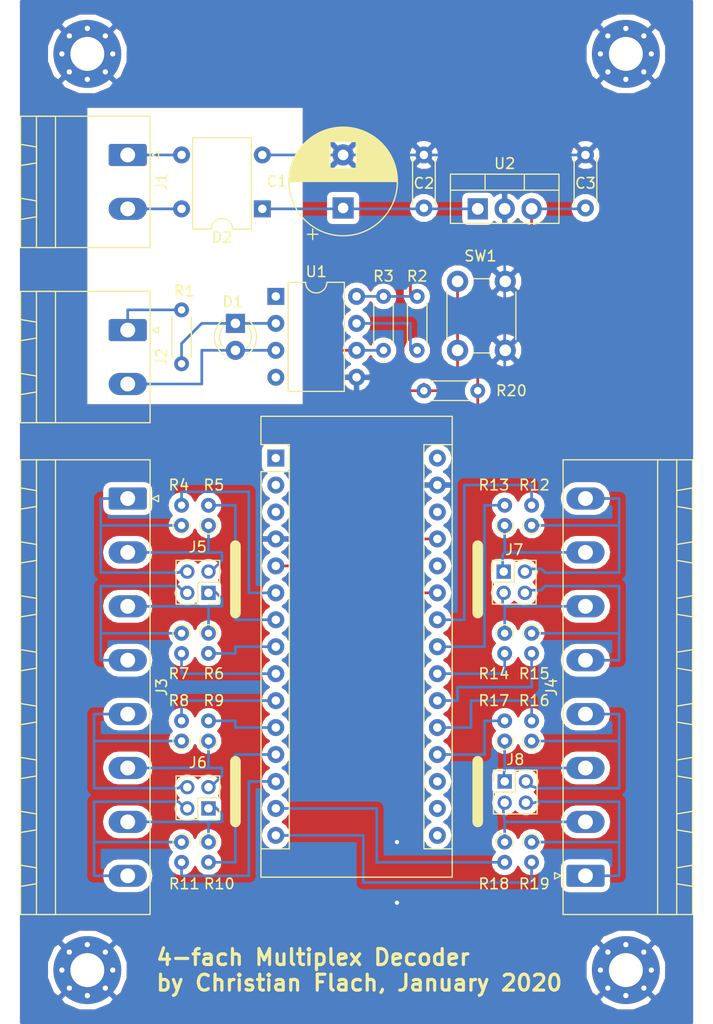
<source format=kicad_pcb>
(kicad_pcb (version 20171130) (host pcbnew 5.0.2-bee76a0~70~ubuntu18.04.1)
  (layers (0 F.Cu signal) (31 B.Cu signal) (34 B.Paste user) (35 F.Paste user) (36 B.SilkS user) (37 F.SilkS user) (38 B.Mask user) (39 F.Mask user) (44 Edge.Cuts user))
  (net 0 "")
  (net 1 "Net-(A1-Pad1)")
  (net 2 "Net-(A1-Pad17)")
  (net 3 "Net-(A1-Pad2)")
  (net 4 "Net-(A1-Pad18)")
  (net 5 "Net-(A1-Pad3)")
  (net 6 "Net-(A1-Pad19)")
  (net 7 "Net-(A1-Pad20)")
  (net 8 "Net-(A1-Pad5)")
  (net 9 "Net-(A1-Pad21)")
  (net 10 "Net-(A1-Pad6)")
  (net 11 "Net-(A1-Pad22)")
  (net 12 "Net-(A1-Pad7)")
  (net 13 "Net-(A1-Pad23)")
  (net 14 "Net-(A1-Pad8)")
  (net 15 "Net-(A1-Pad24)")
  (net 16 "Net-(A1-Pad9)")
  (net 17 "Net-(A1-Pad25)")
  (net 18 "Net-(A1-Pad10)")
  (net 19 "Net-(A1-Pad26)")
  (net 20 "Net-(A1-Pad11)")
  (net 21 "Net-(A1-Pad12)")
  (net 22 "Net-(A1-Pad28)")
  (net 23 "Net-(A1-Pad13)")
  (net 24 "Net-(A1-Pad14)")
  (net 25 "Net-(A1-Pad30)")
  (net 26 "Net-(A1-Pad15)")
  (net 27 "Net-(A1-Pad16)")
  (net 28 "Net-(R2-Pad1)")
  (net 29 "Net-(J2-Pad1)")
  (net 30 "Net-(J3-Pad4)")
  (net 31 "Net-(J3-Pad3)")
  (net 32 "Net-(J3-Pad2)")
  (net 33 "Net-(J3-Pad1)")
  (net 34 GNDD)
  (net 35 +5V)
  (net 36 "Net-(U1-Pad1)")
  (net 37 "Net-(U1-Pad4)")
  (net 38 "Net-(D1-Pad2)")
  (net 39 "Net-(D1-Pad1)")
  (net 40 "Net-(C1-Pad1)")
  (net 41 "Net-(D2-Pad4)")
  (net 42 "Net-(D2-Pad3)")
  (net 43 "Net-(J3-Pad5)")
  (net 44 "Net-(J3-Pad6)")
  (net 45 "Net-(J3-Pad7)")
  (net 46 "Net-(J3-Pad8)")
  (net 47 "Net-(J4-Pad1)")
  (net 48 "Net-(J4-Pad2)")
  (net 49 "Net-(J4-Pad3)")
  (net 50 "Net-(J4-Pad4)")
  (net 51 "Net-(J4-Pad5)")
  (net 52 "Net-(J4-Pad6)")
  (net 53 "Net-(J4-Pad7)")
  (net 54 "Net-(J4-Pad8)")
  (module Module:Arduino_Nano (layer F.Cu) (at 127 55.88)
    (fp_text reference A1 hide)
    (fp_text value Arduino_Nano_v3.x)
    (pad 1 thru_hole rect (at 0 0) (size 1.6 1.6) (drill 0.8) (layers *.Cu *.Mask) (net 1 "Net-(A1-Pad1)"))
    (pad 17 thru_hole oval (at 15.24 33.02) (size 1.6 1.6) (drill 0.8) (layers *.Cu *.Mask) (net 2 "Net-(A1-Pad17)"))
    (pad 2 thru_hole oval (at 0 2.54) (size 1.6 1.6) (drill 0.8) (layers *.Cu *.Mask) (net 3 "Net-(A1-Pad2)"))
    (pad 18 thru_hole oval (at 15.24 30.48) (size 1.6 1.6) (drill 0.8) (layers *.Cu *.Mask) (net 4 "Net-(A1-Pad18)"))
    (pad 3 thru_hole oval (at 0 5.08) (size 1.6 1.6) (drill 0.8) (layers *.Cu *.Mask) (net 5 "Net-(A1-Pad3)"))
    (pad 19 thru_hole oval (at 15.24 27.94) (size 1.6 1.6) (drill 0.8) (layers *.Cu *.Mask) (net 6 "Net-(A1-Pad19)"))
    (pad 4 thru_hole oval (at 0 7.62) (size 1.6 1.6) (drill 0.8) (layers *.Cu *.Mask) (net 34 GNDD))
    (pad 20 thru_hole oval (at 15.24 25.4) (size 1.6 1.6) (drill 0.8) (layers *.Cu *.Mask) (net 7 "Net-(A1-Pad20)"))
    (pad 5 thru_hole oval (at 0 10.16) (size 1.6 1.6) (drill 0.8) (layers *.Cu *.Mask) (net 8 "Net-(A1-Pad5)"))
    (pad 21 thru_hole oval (at 15.24 22.86) (size 1.6 1.6) (drill 0.8) (layers *.Cu *.Mask) (net 9 "Net-(A1-Pad21)"))
    (pad 6 thru_hole oval (at 0 12.7) (size 1.6 1.6) (drill 0.8) (layers *.Cu *.Mask) (net 10 "Net-(A1-Pad6)"))
    (pad 22 thru_hole oval (at 15.24 20.32) (size 1.6 1.6) (drill 0.8) (layers *.Cu *.Mask) (net 11 "Net-(A1-Pad22)"))
    (pad 7 thru_hole oval (at 0 15.24) (size 1.6 1.6) (drill 0.8) (layers *.Cu *.Mask) (net 12 "Net-(A1-Pad7)"))
    (pad 23 thru_hole oval (at 15.24 17.78) (size 1.6 1.6) (drill 0.8) (layers *.Cu *.Mask) (net 13 "Net-(A1-Pad23)"))
    (pad 8 thru_hole oval (at 0 17.78) (size 1.6 1.6) (drill 0.8) (layers *.Cu *.Mask) (net 14 "Net-(A1-Pad8)"))
    (pad 24 thru_hole oval (at 15.24 15.24) (size 1.6 1.6) (drill 0.8) (layers *.Cu *.Mask) (net 15 "Net-(A1-Pad24)"))
    (pad 9 thru_hole oval (at 0 20.32) (size 1.6 1.6) (drill 0.8) (layers *.Cu *.Mask) (net 16 "Net-(A1-Pad9)"))
    (pad 25 thru_hole oval (at 15.24 12.7) (size 1.6 1.6) (drill 0.8) (layers *.Cu *.Mask) (net 17 "Net-(A1-Pad25)"))
    (pad 10 thru_hole oval (at 0 22.86) (size 1.6 1.6) (drill 0.8) (layers *.Cu *.Mask) (net 18 "Net-(A1-Pad10)"))
    (pad 26 thru_hole oval (at 15.24 10.16) (size 1.6 1.6) (drill 0.8) (layers *.Cu *.Mask) (net 19 "Net-(A1-Pad26)"))
    (pad 11 thru_hole oval (at 0 25.4) (size 1.6 1.6) (drill 0.8) (layers *.Cu *.Mask) (net 20 "Net-(A1-Pad11)"))
    (pad 27 thru_hole oval (at 15.24 7.62) (size 1.6 1.6) (drill 0.8) (layers *.Cu *.Mask) (net 35 +5V))
    (pad 12 thru_hole oval (at 0 27.94) (size 1.6 1.6) (drill 0.8) (layers *.Cu *.Mask) (net 21 "Net-(A1-Pad12)"))
    (pad 28 thru_hole oval (at 15.24 5.08) (size 1.6 1.6) (drill 0.8) (layers *.Cu *.Mask) (net 22 "Net-(A1-Pad28)"))
    (pad 13 thru_hole oval (at 0 30.48) (size 1.6 1.6) (drill 0.8) (layers *.Cu *.Mask) (net 23 "Net-(A1-Pad13)"))
    (pad 29 thru_hole oval (at 15.24 2.54) (size 1.6 1.6) (drill 0.8) (layers *.Cu *.Mask) (net 34 GNDD))
    (pad 14 thru_hole oval (at 0 33.02) (size 1.6 1.6) (drill 0.8) (layers *.Cu *.Mask) (net 24 "Net-(A1-Pad14)"))
    (pad 30 thru_hole oval (at 15.24 0) (size 1.6 1.6) (drill 0.8) (layers *.Cu *.Mask) (net 25 "Net-(A1-Pad30)"))
    (pad 15 thru_hole oval (at 0 35.56) (size 1.6 1.6) (drill 0.8) (layers *.Cu *.Mask) (net 26 "Net-(A1-Pad15)"))
    (pad 16 thru_hole oval (at 15.24 35.56) (size 1.6 1.6) (drill 0.8) (layers *.Cu *.Mask) (net 27 "Net-(A1-Pad16)"))
  )
  (module Resistor_THT:R_Axial_DIN0204_L3.6mm_D1.6mm_P1.90mm_Vertical (layer F.Cu) (at 118.11 62.225 90)
    (fp_text reference R4 (at 3.805 -0.254 180) (layer F.SilkS))
    (fp_text value R)
    (pad 1 thru_hole circle (at 0 0 90) (size 1.4 1.4) (drill 0.7) (layers *.Cu *.Mask) (net 33 "Net-(J3-Pad1)"))
    (pad 2 thru_hole oval (at 1.9 0 90) (size 1.4 1.4) (drill 0.7) (layers *.Cu *.Mask) (net 10 "Net-(A1-Pad6)"))
  )
  (module Resistor_THT:R_Axial_DIN0204_L3.6mm_D1.6mm_P1.90mm_Vertical (layer F.Cu) (at 120.65 62.225 90)
    (fp_text reference R5 (at 3.805 0.508 180) (layer F.SilkS))
    (fp_text value 680)
    (pad 2 thru_hole oval (at 1.9 0 90) (size 1.4 1.4) (drill 0.7) (layers *.Cu *.Mask) (net 12 "Net-(A1-Pad7)"))
    (pad 1 thru_hole circle (at 0 0 90) (size 1.4 1.4) (drill 0.7) (layers *.Cu *.Mask) (net 32 "Net-(J3-Pad2)"))
  )
  (module Resistor_THT:R_Axial_DIN0204_L3.6mm_D1.6mm_P1.90mm_Vertical (layer F.Cu) (at 120.65 72.39 270)
    (fp_text reference R6 (at 3.81 -0.508) (layer F.SilkS))
    (fp_text value 680)
    (pad 1 thru_hole circle (at 0 0 270) (size 1.4 1.4) (drill 0.7) (layers *.Cu *.Mask) (net 31 "Net-(J3-Pad3)"))
    (pad 2 thru_hole oval (at 1.9 0 270) (size 1.4 1.4) (drill 0.7) (layers *.Cu *.Mask) (net 14 "Net-(A1-Pad8)"))
  )
  (module Resistor_THT:R_Axial_DIN0204_L3.6mm_D1.6mm_P1.90mm_Vertical (layer F.Cu) (at 118.11 72.395 270)
    (fp_text reference R7 (at 3.805 0.254) (layer F.SilkS))
    (fp_text value R)
    (pad 2 thru_hole oval (at 1.9 0 270) (size 1.4 1.4) (drill 0.7) (layers *.Cu *.Mask) (net 16 "Net-(A1-Pad9)"))
    (pad 1 thru_hole circle (at 0 0 270) (size 1.4 1.4) (drill 0.7) (layers *.Cu *.Mask) (net 30 "Net-(J3-Pad4)"))
  )
  (module Resistor_THT:R_Axial_DIN0204_L3.6mm_D1.6mm_P1.90mm_Vertical (layer F.Cu) (at 118.11 82.545 90)
    (fp_text reference R8 (at 3.805 -0.254 180) (layer F.SilkS))
    (fp_text value 680)
    (pad 1 thru_hole circle (at 0 0 90) (size 1.4 1.4) (drill 0.7) (layers *.Cu *.Mask) (net 43 "Net-(J3-Pad5)"))
    (pad 2 thru_hole oval (at 1.9 0 90) (size 1.4 1.4) (drill 0.7) (layers *.Cu *.Mask) (net 18 "Net-(A1-Pad10)"))
  )
  (module Resistor_THT:R_Axial_DIN0204_L3.6mm_D1.6mm_P1.90mm_Vertical (layer F.Cu) (at 120.65 82.545 90)
    (fp_text reference R9 (at 3.805 0.508 180) (layer F.SilkS))
    (fp_text value 680)
    (pad 1 thru_hole circle (at 0 0 90) (size 1.4 1.4) (drill 0.7) (layers *.Cu *.Mask) (net 44 "Net-(J3-Pad6)"))
    (pad 2 thru_hole oval (at 1.9 0 90) (size 1.4 1.4) (drill 0.7) (layers *.Cu *.Mask) (net 20 "Net-(A1-Pad11)"))
  )
  (module Resistor_THT:R_Axial_DIN0204_L3.6mm_D1.6mm_P1.90mm_Vertical (layer F.Cu) (at 120.65 92.075 270)
    (fp_text reference R10 (at 3.937 -1.016) (layer F.SilkS))
    (fp_text value 680)
    (pad 2 thru_hole oval (at 1.9 0 270) (size 1.4 1.4) (drill 0.7) (layers *.Cu *.Mask) (net 21 "Net-(A1-Pad12)"))
    (pad 1 thru_hole circle (at 0 0 270) (size 1.4 1.4) (drill 0.7) (layers *.Cu *.Mask) (net 45 "Net-(J3-Pad7)"))
  )
  (module Resistor_THT:R_Axial_DIN0204_L3.6mm_D1.6mm_P1.90mm_Vertical (layer F.Cu) (at 118.11 92.08 270)
    (fp_text reference R11 (at 3.932 -0.254) (layer F.SilkS))
    (fp_text value 680)
    (pad 1 thru_hole circle (at 0 0 270) (size 1.4 1.4) (drill 0.7) (layers *.Cu *.Mask) (net 46 "Net-(J3-Pad8)"))
    (pad 2 thru_hole oval (at 1.9 0 270) (size 1.4 1.4) (drill 0.7) (layers *.Cu *.Mask) (net 23 "Net-(A1-Pad13)"))
  )
  (module Resistor_THT:R_Axial_DIN0204_L3.6mm_D1.6mm_P1.90mm_Vertical (layer F.Cu) (at 151.13 62.225 90)
    (fp_text reference R12 (at 3.805 0.254 180) (layer F.SilkS))
    (fp_text value 680)
    (pad 2 thru_hole oval (at 1.9 0 90) (size 1.4 1.4) (drill 0.7) (layers *.Cu *.Mask) (net 15 "Net-(A1-Pad24)"))
    (pad 1 thru_hole circle (at 0 0 90) (size 1.4 1.4) (drill 0.7) (layers *.Cu *.Mask) (net 54 "Net-(J4-Pad8)"))
  )
  (module Resistor_THT:R_Axial_DIN0204_L3.6mm_D1.6mm_P1.90mm_Vertical (layer F.Cu) (at 148.59 62.225 90)
    (fp_text reference R13 (at 3.805 -1.016 180) (layer F.SilkS))
    (fp_text value 680)
    (pad 1 thru_hole circle (at 0 0 90) (size 1.4 1.4) (drill 0.7) (layers *.Cu *.Mask) (net 53 "Net-(J4-Pad7)"))
    (pad 2 thru_hole oval (at 1.9 0 90) (size 1.4 1.4) (drill 0.7) (layers *.Cu *.Mask) (net 13 "Net-(A1-Pad23)"))
  )
  (module Resistor_THT:R_Axial_DIN0204_L3.6mm_D1.6mm_P1.90mm_Vertical (layer F.Cu) (at 148.59 72.395 270)
    (fp_text reference R14 (at 3.805 1.016) (layer F.SilkS))
    (fp_text value 680)
    (pad 2 thru_hole oval (at 1.9 0 270) (size 1.4 1.4) (drill 0.7) (layers *.Cu *.Mask) (net 11 "Net-(A1-Pad22)"))
    (pad 1 thru_hole circle (at 0 0 270) (size 1.4 1.4) (drill 0.7) (layers *.Cu *.Mask) (net 52 "Net-(J4-Pad6)"))
  )
  (module Resistor_THT:R_Axial_DIN0204_L3.6mm_D1.6mm_P1.90mm_Vertical (layer F.Cu) (at 151.13 72.395 270)
    (fp_text reference R15 (at 3.805 -0.254) (layer F.SilkS))
    (fp_text value 680)
    (pad 1 thru_hole circle (at 0 0 270) (size 1.4 1.4) (drill 0.7) (layers *.Cu *.Mask) (net 51 "Net-(J4-Pad5)"))
    (pad 2 thru_hole oval (at 1.9 0 270) (size 1.4 1.4) (drill 0.7) (layers *.Cu *.Mask) (net 9 "Net-(A1-Pad21)"))
  )
  (module Resistor_THT:R_Axial_DIN0204_L3.6mm_D1.6mm_P1.90mm_Vertical (layer F.Cu) (at 151.13 82.55 90)
    (fp_text reference R16 (at 3.81 0.254 180) (layer F.SilkS))
    (fp_text value 680)
    (pad 1 thru_hole circle (at 0 0 90) (size 1.4 1.4) (drill 0.7) (layers *.Cu *.Mask) (net 50 "Net-(J4-Pad4)"))
    (pad 2 thru_hole oval (at 1.9 0 90) (size 1.4 1.4) (drill 0.7) (layers *.Cu *.Mask) (net 7 "Net-(A1-Pad20)"))
  )
  (module Resistor_THT:R_Axial_DIN0204_L3.6mm_D1.6mm_P1.90mm_Vertical (layer F.Cu) (at 148.59 82.545 90)
    (fp_text reference R17 (at 3.805 -1.016 180) (layer F.SilkS))
    (fp_text value 680)
    (pad 2 thru_hole oval (at 1.9 0 90) (size 1.4 1.4) (drill 0.7) (layers *.Cu *.Mask) (net 6 "Net-(A1-Pad19)"))
    (pad 1 thru_hole circle (at 0 0 90) (size 1.4 1.4) (drill 0.7) (layers *.Cu *.Mask) (net 49 "Net-(J4-Pad3)"))
  )
  (module Button_Switch_THT:SW_PUSH_6mm_H5mm (layer F.Cu) (at 144.145 45.72 90)
    (fp_text reference SW1 (at 8.89 2.159 180) (layer F.SilkS))
    (fp_text value Programming)
    (pad 2 thru_hole circle (at 0 4.5 180) (size 2 2) (drill 1.1) (layers *.Cu *.Mask) (net 34 GNDD))
    (pad 1 thru_hole circle (at 0 0 180) (size 2 2) (drill 1.1) (layers *.Cu *.Mask) (net 17 "Net-(A1-Pad25)"))
    (pad 2 thru_hole circle (at 6.5 4.5 180) (size 2 2) (drill 1.1) (layers *.Cu *.Mask) (net 34 GNDD))
    (pad 1 thru_hole circle (at 6.5 0 180) (size 2 2) (drill 1.1) (layers *.Cu *.Mask) (net 17 "Net-(A1-Pad25)"))
  )
  (module Package_DIP:DIP-8_W7.62mm (layer F.Cu) (at 127 40.64)
    (fp_text reference U1 (at 3.81 -2.33) (layer F.SilkS))
    (fp_text value 6N137)
    (pad 1 thru_hole rect (at 0 0) (size 1.6 1.6) (drill 0.8) (layers *.Cu *.Mask) (net 36 "Net-(U1-Pad1)"))
    (pad 5 thru_hole oval (at 7.62 7.62) (size 1.6 1.6) (drill 0.8) (layers *.Cu *.Mask) (net 34 GNDD))
    (pad 2 thru_hole oval (at 0 2.54) (size 1.6 1.6) (drill 0.8) (layers *.Cu *.Mask) (net 39 "Net-(D1-Pad1)"))
    (pad 6 thru_hole oval (at 7.62 5.08) (size 1.6 1.6) (drill 0.8) (layers *.Cu *.Mask) (net 8 "Net-(A1-Pad5)"))
    (pad 3 thru_hole oval (at 0 5.08) (size 1.6 1.6) (drill 0.8) (layers *.Cu *.Mask) (net 38 "Net-(D1-Pad2)"))
    (pad 7 thru_hole oval (at 7.62 2.54) (size 1.6 1.6) (drill 0.8) (layers *.Cu *.Mask) (net 28 "Net-(R2-Pad1)"))
    (pad 4 thru_hole oval (at 0 7.62) (size 1.6 1.6) (drill 0.8) (layers *.Cu *.Mask) (net 37 "Net-(U1-Pad4)"))
    (pad 8 thru_hole oval (at 7.62 0) (size 1.6 1.6) (drill 0.8) (layers *.Cu *.Mask) (net 35 +5V))
  )
  (module Resistor_THT:R_Axial_DIN0204_L3.6mm_D1.6mm_P1.90mm_Vertical (layer F.Cu) (at 151.13 92.075 270)
    (fp_text reference R19 (at 3.937 -0.254) (layer F.SilkS))
    (fp_text value 680)
    (pad 1 thru_hole circle (at 0 0 270) (size 1.4 1.4) (drill 0.7) (layers *.Cu *.Mask) (net 47 "Net-(J4-Pad1)"))
    (pad 2 thru_hole oval (at 1.9 0 270) (size 1.4 1.4) (drill 0.7) (layers *.Cu *.Mask) (net 26 "Net-(A1-Pad15)"))
  )
  (module Resistor_THT:R_Axial_DIN0204_L3.6mm_D1.6mm_P5.08mm_Horizontal (layer F.Cu) (at 146.05 49.53 180)
    (fp_text reference R20 (at -3.175 0 180) (layer F.SilkS))
    (fp_text value 10k)
    (pad 1 thru_hole circle (at 0 0 180) (size 1.4 1.4) (drill 0.7) (layers *.Cu *.Mask) (net 35 +5V))
    (pad 2 thru_hole oval (at 5.08 0 180) (size 1.4 1.4) (drill 0.7) (layers *.Cu *.Mask) (net 17 "Net-(A1-Pad25)"))
  )
  (module Connector_Phoenix_MSTB:PhoenixContact_MSTBA_2,5_2-G-5,08_1x02_P5.08mm_Horizontal (layer F.Cu) (at 113.03 43.815 270)
    (fp_text reference J2 (at 2.54 -3.2 270) (layer F.SilkS))
    (fp_text value DCC)
    (pad 1 thru_hole roundrect (at 0 0 270) (size 2.08 3.6) (drill 1.4) (layers *.Cu *.Mask) (roundrect_rratio 0.120192) (net 29 "Net-(J2-Pad1)"))
    (pad 2 thru_hole oval (at 5.08 0 270) (size 2.08 3.6) (drill 1.4) (layers *.Cu *.Mask) (net 38 "Net-(D1-Pad2)"))
  )
  (module Resistor_THT:R_Axial_DIN0204_L3.6mm_D1.6mm_P5.08mm_Horizontal (layer F.Cu) (at 140.335 45.72 90)
    (fp_text reference R2 (at 6.985 0 180) (layer F.SilkS))
    (fp_text value 10k)
    (pad 1 thru_hole circle (at 0 0 90) (size 1.4 1.4) (drill 0.7) (layers *.Cu *.Mask) (net 28 "Net-(R2-Pad1)"))
    (pad 2 thru_hole oval (at 5.08 0 90) (size 1.4 1.4) (drill 0.7) (layers *.Cu *.Mask) (net 35 +5V))
  )
  (module Resistor_THT:R_Axial_DIN0204_L3.6mm_D1.6mm_P5.08mm_Horizontal (layer F.Cu) (at 137.16 45.72 90)
    (fp_text reference R3 (at 6.985 0 180) (layer F.SilkS))
    (fp_text value 10k)
    (pad 2 thru_hole oval (at 5.08 0 90) (size 1.4 1.4) (drill 0.7) (layers *.Cu *.Mask) (net 35 +5V))
    (pad 1 thru_hole circle (at 0 0 90) (size 1.4 1.4) (drill 0.7) (layers *.Cu *.Mask) (net 8 "Net-(A1-Pad5)"))
  )
  (module Resistor_THT:R_Axial_DIN0204_L3.6mm_D1.6mm_P1.90mm_Vertical (layer F.Cu) (at 148.59 92.075 270)
    (fp_text reference R18 (at 3.937 1.016) (layer F.SilkS))
    (fp_text value 680)
    (pad 1 thru_hole circle (at 0 0 270) (size 1.4 1.4) (drill 0.7) (layers *.Cu *.Mask) (net 48 "Net-(J4-Pad2)"))
    (pad 2 thru_hole oval (at 1.9 0 270) (size 1.4 1.4) (drill 0.7) (layers *.Cu *.Mask) (net 24 "Net-(A1-Pad14)"))
  )
  (module Capacitor_THT:CP_Radial_D10.0mm_P5.00mm (layer F.Cu) (at 133.35 32.305 90)
    (fp_text reference C1 (at 2.5 -6.25 180) (layer F.SilkS))
    (fp_text value 100µ)
    (pad 1 thru_hole rect (at 0 0 90) (size 2 2) (drill 1) (layers *.Cu *.Mask) (net 40 "Net-(C1-Pad1)"))
    (pad 2 thru_hole circle (at 5 0 90) (size 2 2) (drill 1) (layers *.Cu *.Mask) (net 34 GNDD))
  )
  (module LED_THT:LED_D3.0mm (layer F.Cu) (at 123.19 43.18 270)
    (fp_text reference D1 (at -2.032 0.254) (layer F.SilkS))
    (fp_text value LED)
    (pad 1 thru_hole rect (at 0 0 270) (size 1.8 1.8) (drill 0.9) (layers *.Cu *.Mask) (net 39 "Net-(D1-Pad1)"))
    (pad 2 thru_hole circle (at 2.54 0 270) (size 1.8 1.8) (drill 0.9) (layers *.Cu *.Mask) (net 38 "Net-(D1-Pad2)"))
  )
  (module Diode_THT:Diode_Bridge_DIP-4_W7.62mm_P5.08mm (layer F.Cu) (at 125.73 32.385 180)
    (fp_text reference D2 (at 3.8 -2.7 180) (layer F.SilkS))
    (fp_text value D_Bridge_+-AA)
    (pad 4 thru_hole oval (at 7.62 0 180) (size 1.6 1.6) (drill 0.8) (layers *.Cu *.Mask) (net 41 "Net-(D2-Pad4)"))
    (pad 2 thru_hole oval (at 0 5.08 180) (size 1.6 1.6) (drill 0.8) (layers *.Cu *.Mask) (net 34 GNDD))
    (pad 3 thru_hole oval (at 7.62 5.08 180) (size 1.6 1.6) (drill 0.8) (layers *.Cu *.Mask) (net 42 "Net-(D2-Pad3)"))
    (pad 1 thru_hole rect (at 0 0 180) (size 1.6 1.6) (drill 0.8) (layers *.Cu *.Mask) (net 40 "Net-(C1-Pad1)"))
  )
  (module Resistor_THT:R_Axial_DIN0204_L3.6mm_D1.6mm_P5.08mm_Horizontal (layer F.Cu) (at 118.11 46.99 90)
    (fp_text reference R1 (at 6.858 0.254 180) (layer F.SilkS))
    (fp_text value 1k5)
    (pad 1 thru_hole circle (at 0 0 90) (size 1.4 1.4) (drill 0.7) (layers *.Cu *.Mask) (net 39 "Net-(D1-Pad1)"))
    (pad 2 thru_hole oval (at 5.08 0 90) (size 1.4 1.4) (drill 0.7) (layers *.Cu *.Mask) (net 29 "Net-(J2-Pad1)"))
  )
  (module Capacitor_THT:C_Disc_D4.3mm_W1.9mm_P5.00mm (layer F.Cu) (at 140.97 32.305 90)
    (fp_text reference C2 (at 2.333 0 180) (layer F.SilkS))
    (fp_text value 100n)
    (pad 1 thru_hole circle (at 0 0 90) (size 1.6 1.6) (drill 0.8) (layers *.Cu *.Mask) (net 40 "Net-(C1-Pad1)"))
    (pad 2 thru_hole circle (at 5 0 90) (size 1.6 1.6) (drill 0.8) (layers *.Cu *.Mask) (net 34 GNDD))
  )
  (module Capacitor_THT:C_Disc_D4.3mm_W1.9mm_P5.00mm (layer F.Cu) (at 156.21 32.305 90)
    (fp_text reference C3 (at 2.333 0 180) (layer F.SilkS))
    (fp_text value 100n)
    (pad 2 thru_hole circle (at 5 0 90) (size 1.6 1.6) (drill 0.8) (layers *.Cu *.Mask) (net 34 GNDD))
    (pad 1 thru_hole circle (at 0 0 90) (size 1.6 1.6) (drill 0.8) (layers *.Cu *.Mask) (net 35 +5V))
  )
  (module Package_TO_SOT_THT:TO-220-3_Vertical (layer F.Cu) (at 146.05 32.385)
    (fp_text reference U2 (at 2.54 -4.27) (layer F.SilkS))
    (fp_text value L7805)
    (pad 1 thru_hole rect (at 0 0) (size 1.905 2) (drill 1.1) (layers *.Cu *.Mask) (net 40 "Net-(C1-Pad1)"))
    (pad 2 thru_hole oval (at 2.54 0) (size 1.905 2) (drill 1.1) (layers *.Cu *.Mask) (net 34 GNDD))
    (pad 3 thru_hole oval (at 5.08 0) (size 1.905 2) (drill 1.1) (layers *.Cu *.Mask) (net 35 +5V))
  )
  (module Connector_Phoenix_MSTB:PhoenixContact_MSTBA_2,5_2-G-5,08_1x02_P5.08mm_Horizontal (layer F.Cu) (at 113.03 27.305 270)
    (fp_text reference J1 (at 2.54 -3.2 270) (layer F.SilkS))
    (fp_text value Power)
    (pad 1 thru_hole roundrect (at 0 0 270) (size 2.08 3.6) (drill 1.4) (layers *.Cu *.Mask) (roundrect_rratio 0.120192) (net 42 "Net-(D2-Pad3)"))
    (pad 2 thru_hole oval (at 5.08 0 270) (size 2.08 3.6) (drill 1.4) (layers *.Cu *.Mask) (net 41 "Net-(D2-Pad4)"))
  )
  (module Connector_PinHeader_2.00mm:PinHeader_2x02_P2.00mm_Vertical (layer F.Cu) (at 120.65 68.58 180)
    (fp_text reference J5 (at 1.016 4.318 180) (layer F.SilkS))
    (fp_text value "Signal 1")
    (pad 4 thru_hole oval (at 2 2 180) (size 1.35 1.35) (drill 0.8) (layers *.Cu *.Mask) (net 33 "Net-(J3-Pad1)"))
    (pad 3 thru_hole oval (at 0 2 180) (size 1.35 1.35) (drill 0.8) (layers *.Cu *.Mask) (net 32 "Net-(J3-Pad2)"))
    (pad 2 thru_hole oval (at 2 0 180) (size 1.35 1.35) (drill 0.8) (layers *.Cu *.Mask) (net 30 "Net-(J3-Pad4)"))
    (pad 1 thru_hole rect (at 0 0 180) (size 1.35 1.35) (drill 0.8) (layers *.Cu *.Mask) (net 31 "Net-(J3-Pad3)"))
  )
  (module Connector_PinHeader_2.00mm:PinHeader_2x02_P2.00mm_Vertical (layer F.Cu) (at 120.65 88.9 180)
    (fp_text reference J6 (at 1 4.318 180) (layer F.SilkS))
    (fp_text value "Signal 2")
    (pad 1 thru_hole rect (at 0 0 180) (size 1.35 1.35) (drill 0.8) (layers *.Cu *.Mask) (net 45 "Net-(J3-Pad7)"))
    (pad 2 thru_hole oval (at 2 0 180) (size 1.35 1.35) (drill 0.8) (layers *.Cu *.Mask) (net 46 "Net-(J3-Pad8)"))
    (pad 3 thru_hole oval (at 0 2 180) (size 1.35 1.35) (drill 0.8) (layers *.Cu *.Mask) (net 44 "Net-(J3-Pad6)"))
    (pad 4 thru_hole oval (at 2 2 180) (size 1.35 1.35) (drill 0.8) (layers *.Cu *.Mask) (net 43 "Net-(J3-Pad5)"))
  )
  (module Connector_PinHeader_2.00mm:PinHeader_2x02_P2.00mm_Vertical (layer F.Cu) (at 148.59 86.36)
    (fp_text reference J8 (at 1 -2.06) (layer F.SilkS))
    (fp_text value "Signal 3")
    (pad 1 thru_hole rect (at 0 0) (size 1.35 1.35) (drill 0.8) (layers *.Cu *.Mask) (net 49 "Net-(J4-Pad3)"))
    (pad 2 thru_hole oval (at 2 0) (size 1.35 1.35) (drill 0.8) (layers *.Cu *.Mask) (net 50 "Net-(J4-Pad4)"))
    (pad 3 thru_hole oval (at 0 2) (size 1.35 1.35) (drill 0.8) (layers *.Cu *.Mask) (net 48 "Net-(J4-Pad2)"))
    (pad 4 thru_hole oval (at 2 2) (size 1.35 1.35) (drill 0.8) (layers *.Cu *.Mask) (net 47 "Net-(J4-Pad1)"))
  )
  (module Connector_PinHeader_2.00mm:PinHeader_2x02_P2.00mm_Vertical (layer F.Cu) (at 148.495 66.58)
    (fp_text reference J7 (at 1 -2.06) (layer F.SilkS))
    (fp_text value "Signal 4")
    (pad 4 thru_hole oval (at 2 2) (size 1.35 1.35) (drill 0.8) (layers *.Cu *.Mask) (net 51 "Net-(J4-Pad5)"))
    (pad 3 thru_hole oval (at 0 2) (size 1.35 1.35) (drill 0.8) (layers *.Cu *.Mask) (net 52 "Net-(J4-Pad6)"))
    (pad 2 thru_hole oval (at 2 0) (size 1.35 1.35) (drill 0.8) (layers *.Cu *.Mask) (net 54 "Net-(J4-Pad8)"))
    (pad 1 thru_hole rect (at 0 0) (size 1.35 1.35) (drill 0.8) (layers *.Cu *.Mask) (net 53 "Net-(J4-Pad7)"))
  )
  (module MountingHole:MountingHole_3.2mm_M3_Pad_Via (layer F.Cu) (at 109.22 104.14)
    (fp_text reference H1 hide)
    (fp_text value MountingHole_Pad)
    (pad 1 thru_hole circle (at 1.697056 -1.697056) (size 0.8 0.8) (drill 0.5) (layers *.Cu *.Mask) (net 34 GNDD))
    (pad 1 thru_hole circle (at 0 -2.4) (size 0.8 0.8) (drill 0.5) (layers *.Cu *.Mask) (net 34 GNDD))
    (pad 1 thru_hole circle (at -1.697056 -1.697056) (size 0.8 0.8) (drill 0.5) (layers *.Cu *.Mask) (net 34 GNDD))
    (pad 1 thru_hole circle (at -2.4 0) (size 0.8 0.8) (drill 0.5) (layers *.Cu *.Mask) (net 34 GNDD))
    (pad 1 thru_hole circle (at -1.697056 1.697056) (size 0.8 0.8) (drill 0.5) (layers *.Cu *.Mask) (net 34 GNDD))
    (pad 1 thru_hole circle (at 0 2.4) (size 0.8 0.8) (drill 0.5) (layers *.Cu *.Mask) (net 34 GNDD))
    (pad 1 thru_hole circle (at 1.697056 1.697056) (size 0.8 0.8) (drill 0.5) (layers *.Cu *.Mask) (net 34 GNDD))
    (pad 1 thru_hole circle (at 2.4 0) (size 0.8 0.8) (drill 0.5) (layers *.Cu *.Mask) (net 34 GNDD))
    (pad 1 thru_hole circle (at 0 0) (size 6.4 6.4) (drill 3.2) (layers *.Cu *.Mask) (net 34 GNDD))
  )
  (module MountingHole:MountingHole_3.2mm_M3_Pad_Via (layer F.Cu) (at 160.02 104.14)
    (fp_text reference H2 hide)
    (fp_text value MountingHole_Pad)
    (pad 1 thru_hole circle (at 0 0) (size 6.4 6.4) (drill 3.2) (layers *.Cu *.Mask) (net 34 GNDD))
    (pad 1 thru_hole circle (at 2.4 0) (size 0.8 0.8) (drill 0.5) (layers *.Cu *.Mask) (net 34 GNDD))
    (pad 1 thru_hole circle (at 1.697056 1.697056) (size 0.8 0.8) (drill 0.5) (layers *.Cu *.Mask) (net 34 GNDD))
    (pad 1 thru_hole circle (at 0 2.4) (size 0.8 0.8) (drill 0.5) (layers *.Cu *.Mask) (net 34 GNDD))
    (pad 1 thru_hole circle (at -1.697056 1.697056) (size 0.8 0.8) (drill 0.5) (layers *.Cu *.Mask) (net 34 GNDD))
    (pad 1 thru_hole circle (at -2.4 0) (size 0.8 0.8) (drill 0.5) (layers *.Cu *.Mask) (net 34 GNDD))
    (pad 1 thru_hole circle (at -1.697056 -1.697056) (size 0.8 0.8) (drill 0.5) (layers *.Cu *.Mask) (net 34 GNDD))
    (pad 1 thru_hole circle (at 0 -2.4) (size 0.8 0.8) (drill 0.5) (layers *.Cu *.Mask) (net 34 GNDD))
    (pad 1 thru_hole circle (at 1.697056 -1.697056) (size 0.8 0.8) (drill 0.5) (layers *.Cu *.Mask) (net 34 GNDD))
  )
  (module MountingHole:MountingHole_3.2mm_M3_Pad_Via (layer F.Cu) (at 160.02 17.78 180)
    (fp_text reference H3 hide)
    (fp_text value MountingHole_Pad)
    (pad 1 thru_hole circle (at 1.697056 -1.697056 180) (size 0.8 0.8) (drill 0.5) (layers *.Cu *.Mask) (net 34 GNDD))
    (pad 1 thru_hole circle (at 0 -2.4 180) (size 0.8 0.8) (drill 0.5) (layers *.Cu *.Mask) (net 34 GNDD))
    (pad 1 thru_hole circle (at -1.697056 -1.697056 180) (size 0.8 0.8) (drill 0.5) (layers *.Cu *.Mask) (net 34 GNDD))
    (pad 1 thru_hole circle (at -2.4 0 180) (size 0.8 0.8) (drill 0.5) (layers *.Cu *.Mask) (net 34 GNDD))
    (pad 1 thru_hole circle (at -1.697056 1.697056 180) (size 0.8 0.8) (drill 0.5) (layers *.Cu *.Mask) (net 34 GNDD))
    (pad 1 thru_hole circle (at 0 2.4 180) (size 0.8 0.8) (drill 0.5) (layers *.Cu *.Mask) (net 34 GNDD))
    (pad 1 thru_hole circle (at 1.697056 1.697056 180) (size 0.8 0.8) (drill 0.5) (layers *.Cu *.Mask) (net 34 GNDD))
    (pad 1 thru_hole circle (at 2.4 0 180) (size 0.8 0.8) (drill 0.5) (layers *.Cu *.Mask) (net 34 GNDD))
    (pad 1 thru_hole circle (at 0 0 180) (size 6.4 6.4) (drill 3.2) (layers *.Cu *.Mask) (net 34 GNDD))
  )
  (module MountingHole:MountingHole_3.2mm_M3_Pad_Via (layer F.Cu) (at 109.22 17.78 180)
    (fp_text reference H4 hide)
    (fp_text value MountingHole_Pad)
    (pad 1 thru_hole circle (at 0 0 180) (size 6.4 6.4) (drill 3.2) (layers *.Cu *.Mask) (net 34 GNDD))
    (pad 1 thru_hole circle (at 2.4 0 180) (size 0.8 0.8) (drill 0.5) (layers *.Cu *.Mask) (net 34 GNDD))
    (pad 1 thru_hole circle (at 1.697056 1.697056 180) (size 0.8 0.8) (drill 0.5) (layers *.Cu *.Mask) (net 34 GNDD))
    (pad 1 thru_hole circle (at 0 2.4 180) (size 0.8 0.8) (drill 0.5) (layers *.Cu *.Mask) (net 34 GNDD))
    (pad 1 thru_hole circle (at -1.697056 1.697056 180) (size 0.8 0.8) (drill 0.5) (layers *.Cu *.Mask) (net 34 GNDD))
    (pad 1 thru_hole circle (at -2.4 0 180) (size 0.8 0.8) (drill 0.5) (layers *.Cu *.Mask) (net 34 GNDD))
    (pad 1 thru_hole circle (at -1.697056 -1.697056 180) (size 0.8 0.8) (drill 0.5) (layers *.Cu *.Mask) (net 34 GNDD))
    (pad 1 thru_hole circle (at 0 -2.4 180) (size 0.8 0.8) (drill 0.5) (layers *.Cu *.Mask) (net 34 GNDD))
    (pad 1 thru_hole circle (at 1.697056 -1.697056 180) (size 0.8 0.8) (drill 0.5) (layers *.Cu *.Mask) (net 34 GNDD))
  )
  (module Connector_Phoenix_MSTB:PhoenixContact_MSTBA_2,5_8-G-5,08_1x08_P5.08mm_Horizontal (layer F.Cu) (at 156.21 95.25 90)
    (fp_text reference J4 (at 17.78 -3.2 90) (layer F.SilkS))
    (fp_text value "Signal 3/4")
    (pad 1 thru_hole roundrect (at 0 0 90) (size 2.08 3.6) (drill 1.4) (layers *.Cu *.Mask) (roundrect_rratio 0.120192) (net 47 "Net-(J4-Pad1)"))
    (pad 2 thru_hole oval (at 5.08 0 90) (size 2.08 3.6) (drill 1.4) (layers *.Cu *.Mask) (net 48 "Net-(J4-Pad2)"))
    (pad 3 thru_hole oval (at 10.16 0 90) (size 2.08 3.6) (drill 1.4) (layers *.Cu *.Mask) (net 49 "Net-(J4-Pad3)"))
    (pad 4 thru_hole oval (at 15.24 0 90) (size 2.08 3.6) (drill 1.4) (layers *.Cu *.Mask) (net 50 "Net-(J4-Pad4)"))
    (pad 5 thru_hole oval (at 20.32 0 90) (size 2.08 3.6) (drill 1.4) (layers *.Cu *.Mask) (net 51 "Net-(J4-Pad5)"))
    (pad 6 thru_hole oval (at 25.4 0 90) (size 2.08 3.6) (drill 1.4) (layers *.Cu *.Mask) (net 52 "Net-(J4-Pad6)"))
    (pad 7 thru_hole oval (at 30.48 0 90) (size 2.08 3.6) (drill 1.4) (layers *.Cu *.Mask) (net 53 "Net-(J4-Pad7)"))
    (pad 8 thru_hole oval (at 35.56 0 90) (size 2.08 3.6) (drill 1.4) (layers *.Cu *.Mask) (net 54 "Net-(J4-Pad8)"))
  )
  (module Connector_Phoenix_MSTB:PhoenixContact_MSTBA_2,5_8-G-5,08_1x08_P5.08mm_Horizontal (layer F.Cu) (at 113.03 59.69 270)
    (fp_text reference J3 (at 17.78 -3.2 270) (layer F.SilkS))
    (fp_text value "Signal 1/2")
    (pad 1 thru_hole roundrect (at 0 0 270) (size 2.08 3.6) (drill 1.4) (layers *.Cu *.Mask) (roundrect_rratio 0.120192) (net 33 "Net-(J3-Pad1)"))
    (pad 2 thru_hole oval (at 5.08 0 270) (size 2.08 3.6) (drill 1.4) (layers *.Cu *.Mask) (net 32 "Net-(J3-Pad2)"))
    (pad 3 thru_hole oval (at 10.16 0 270) (size 2.08 3.6) (drill 1.4) (layers *.Cu *.Mask) (net 31 "Net-(J3-Pad3)"))
    (pad 4 thru_hole oval (at 15.24 0 270) (size 2.08 3.6) (drill 1.4) (layers *.Cu *.Mask) (net 30 "Net-(J3-Pad4)"))
    (pad 5 thru_hole oval (at 20.32 0 270) (size 2.08 3.6) (drill 1.4) (layers *.Cu *.Mask) (net 43 "Net-(J3-Pad5)"))
    (pad 6 thru_hole oval (at 25.4 0 270) (size 2.08 3.6) (drill 1.4) (layers *.Cu *.Mask) (net 44 "Net-(J3-Pad6)"))
    (pad 7 thru_hole oval (at 30.48 0 270) (size 2.08 3.6) (drill 1.4) (layers *.Cu *.Mask) (net 45 "Net-(J3-Pad7)"))
    (pad 8 thru_hole oval (at 35.56 0 270) (size 2.08 3.6) (drill 1.4) (layers *.Cu *.Mask) (net 46 "Net-(J3-Pad8)"))
  )
  (gr_text "4-fach Multiplex Decoder\nby Christian Flach, January 2020" (at 115.57 104.14) (layer F.SilkS) (effects (font (size 1.5 1.5) (thickness 0.3)) (justify left)))
  (gr_line (start 146.05 90.17) (end 146.05 84.455) (layer F.SilkS) (width 1))
  (gr_line (start 146.05 70.485) (end 146.05 64.135) (layer F.SilkS) (width 1))
  (gr_line (start 123.19 90.17) (end 123.19 84.455) (layer F.SilkS) (width 1))
  (gr_line (start 123.19 70.485) (end 123.19 64.135) (layer F.SilkS) (width 1))
  (segment (start 148.59 80.645) (end 146.685 80.645) (width 0.25) (layer B.Cu) (net 6))
  (segment (start 146.685 80.645) (end 146.685 83.82) (width 0.25) (layer B.Cu) (net 6))
  (segment (start 146.685 83.82) (end 142.24 83.82) (width 0.25) (layer B.Cu) (net 6))
  (segment (start 151.13 80.65) (end 151.13 78.74) (width 0.25) (layer B.Cu) (net 7))
  (segment (start 151.13 78.74) (end 145.415 78.74) (width 0.25) (layer B.Cu) (net 7))
  (segment (start 145.415 78.74) (end 145.415 81.28) (width 0.25) (layer B.Cu) (net 7))
  (segment (start 145.415 81.28) (end 142.24 81.28) (width 0.25) (layer B.Cu) (net 7))
  (segment (start 134.62 45.72) (end 132.08 45.72) (width 0.25) (layer F.Cu) (net 8))
  (segment (start 132.08 45.72) (end 132.08 66.04) (width 0.25) (layer F.Cu) (net 8))
  (segment (start 132.08 66.04) (end 127 66.04) (width 0.25) (layer F.Cu) (net 8))
  (segment (start 134.62 45.72) (end 137.16 45.72) (width 0.25) (layer B.Cu) (net 8))
  (segment (start 142.24 78.74) (end 144.145 78.74) (width 0.25) (layer B.Cu) (net 9))
  (segment (start 144.145 78.74) (end 144.145 77.47) (width 0.25) (layer B.Cu) (net 9))
  (segment (start 144.145 77.47) (end 151.13 77.47) (width 0.25) (layer B.Cu) (net 9))
  (segment (start 151.13 77.47) (end 151.13 74.295) (width 0.25) (layer B.Cu) (net 9))
  (segment (start 124.46 68.58) (end 127 68.58) (width 0.25) (layer B.Cu) (net 10))
  (segment (start 124.46 59.055) (end 124.46 68.58) (width 0.25) (layer B.Cu) (net 10))
  (segment (start 118.11 60.325) (end 118.11 59.055) (width 0.25) (layer B.Cu) (net 10))
  (segment (start 118.11 59.055) (end 124.46 59.055) (width 0.25) (layer B.Cu) (net 10))
  (segment (start 148.59 74.295) (end 148.59 76.2) (width 0.25) (layer B.Cu) (net 11))
  (segment (start 148.59 76.2) (end 142.24 76.2) (width 0.25) (layer B.Cu) (net 11))
  (segment (start 123.19 71.12) (end 127 71.12) (width 0.25) (layer B.Cu) (net 12))
  (segment (start 120.65 60.325) (end 123.19 60.325) (width 0.25) (layer B.Cu) (net 12))
  (segment (start 123.19 60.325) (end 123.19 71.12) (width 0.25) (layer B.Cu) (net 12))
  (segment (start 148.59 60.325) (end 146.685 60.325) (width 0.25) (layer B.Cu) (net 13))
  (segment (start 146.685 60.325) (end 146.685 73.66) (width 0.25) (layer B.Cu) (net 13))
  (segment (start 146.685 73.66) (end 142.24 73.66) (width 0.25) (layer B.Cu) (net 13))
  (segment (start 123.19 74.295) (end 120.65 74.29) (width 0.25) (layer B.Cu) (net 14))
  (segment (start 127 73.66) (end 123.19 73.66) (width 0.25) (layer B.Cu) (net 14))
  (segment (start 123.19 73.66) (end 123.19 74.295) (width 0.25) (layer B.Cu) (net 14))
  (segment (start 144.78 71.12) (end 142.24 71.12) (width 0.25) (layer B.Cu) (net 15))
  (segment (start 151.13 60.325) (end 151.13 58.42) (width 0.25) (layer B.Cu) (net 15))
  (segment (start 144.78 58.42) (end 144.78 71.12) (width 0.25) (layer B.Cu) (net 15))
  (segment (start 151.13 58.42) (end 144.78 58.42) (width 0.25) (layer B.Cu) (net 15))
  (segment (start 118.11 76.2) (end 118.11 74.295) (width 0.25) (layer B.Cu) (net 16))
  (segment (start 127 76.2) (end 118.11 76.2) (width 0.25) (layer B.Cu) (net 16))
  (segment (start 142.24 68.58) (end 138.43 68.58) (width 0.25) (layer F.Cu) (net 17))
  (segment (start 138.43 68.58) (end 138.43 49.53) (width 0.25) (layer F.Cu) (net 17))
  (segment (start 138.43 49.53) (end 140.97 49.53) (width 0.25) (layer F.Cu) (net 17))
  (segment (start 144.145 39.22) (end 144.145 45.72) (width 0.25) (layer F.Cu) (net 17))
  (segment (start 140.97 48.895) (end 140.97 49.53) (width 0.25) (layer F.Cu) (net 17))
  (segment (start 144.145 45.72) (end 144.145 49.53) (width 0.25) (layer F.Cu) (net 17))
  (segment (start 144.145 49.53) (end 140.97 49.53) (width 0.25) (layer F.Cu) (net 17))
  (segment (start 118.11 78.74) (end 118.11 80.645) (width 0.25) (layer B.Cu) (net 18))
  (segment (start 127 78.74) (end 118.11 78.74) (width 0.25) (layer B.Cu) (net 18))
  (segment (start 123.19 81.28) (end 127 81.28) (width 0.25) (layer B.Cu) (net 20))
  (segment (start 120.65 80.645) (end 123.19 80.645) (width 0.25) (layer B.Cu) (net 20))
  (segment (start 123.19 80.645) (end 123.19 81.28) (width 0.25) (layer B.Cu) (net 20))
  (segment (start 123.19 83.82) (end 127 83.82) (width 0.25) (layer B.Cu) (net 21))
  (segment (start 123.19 93.97) (end 123.19 83.82) (width 0.25) (layer B.Cu) (net 21))
  (segment (start 120.65 93.975) (end 123.185 93.975) (width 0.25) (layer B.Cu) (net 21))
  (segment (start 123.185 93.975) (end 123.19 93.97) (width 0.25) (layer B.Cu) (net 21))
  (segment (start 118.11 95.25) (end 118.11 93.98) (width 0.25) (layer B.Cu) (net 23))
  (segment (start 124.46 95.25) (end 118.11 95.25) (width 0.25) (layer B.Cu) (net 23))
  (segment (start 127 86.36) (end 124.46 86.36) (width 0.25) (layer B.Cu) (net 23))
  (segment (start 124.46 86.36) (end 124.46 95.25) (width 0.25) (layer B.Cu) (net 23))
  (segment (start 136.525 88.9) (end 127 88.9) (width 0.25) (layer B.Cu) (net 24))
  (segment (start 136.525 93.98) (end 136.525 88.9) (width 0.25) (layer B.Cu) (net 24))
  (segment (start 148.59 93.975) (end 136.53 93.975) (width 0.25) (layer B.Cu) (net 24))
  (segment (start 136.53 93.975) (end 136.525 93.98) (width 0.25) (layer B.Cu) (net 24))
  (segment (start 151.13 93.975) (end 151.13 95.885) (width 0.25) (layer B.Cu) (net 26))
  (segment (start 151.13 95.885) (end 135.255 95.885) (width 0.25) (layer B.Cu) (net 26))
  (segment (start 135.255 95.885) (end 135.255 91.44) (width 0.25) (layer B.Cu) (net 26))
  (segment (start 135.255 91.44) (end 127 91.44) (width 0.25) (layer B.Cu) (net 26))
  (segment (start 118.11 41.91) (end 113.03 41.91) (width 0.25) (layer B.Cu) (net 29))
  (segment (start 113.03 41.91) (end 113.03 43.815) (width 0.25) (layer B.Cu) (net 29))
  (segment (start 139.7 43.18) (end 139.7 45.72) (width 0.25) (layer B.Cu) (net 28))
  (segment (start 134.62 43.18) (end 139.7 43.18) (width 0.25) (layer B.Cu) (net 28))
  (segment (start 110.49 59.69) (end 113.03 59.69) (width 0.25) (layer B.Cu) (net 33))
  (segment (start 117.852 66.675) (end 110.49 66.675) (width 0.25) (layer B.Cu) (net 33))
  (segment (start 119.126 66.326) (end 118.201 66.326) (width 0.25) (layer B.Cu) (net 33))
  (segment (start 118.201 66.326) (end 117.852 66.675) (width 0.25) (layer B.Cu) (net 33))
  (segment (start 115.56 62.23) (end 110.49 62.23) (width 0.25) (layer B.Cu) (net 33))
  (segment (start 115.565 62.225) (end 115.56 62.23) (width 0.25) (layer B.Cu) (net 33))
  (segment (start 118.11 62.225) (end 115.565 62.225) (width 0.25) (layer B.Cu) (net 33))
  (segment (start 110.49 66.675) (end 110.49 62.23) (width 0.25) (layer B.Cu) (net 33))
  (segment (start 110.49 62.23) (end 110.49 59.69) (width 0.25) (layer B.Cu) (net 33))
  (segment (start 113.03 64.77) (end 121.92 64.77) (width 0.25) (layer B.Cu) (net 32))
  (segment (start 121.92 65.532) (end 121.126 66.326) (width 0.25) (layer B.Cu) (net 32))
  (segment (start 121.92 64.77) (end 121.92 65.532) (width 0.25) (layer B.Cu) (net 32))
  (segment (start 120.65 62.225) (end 120.65 64.77) (width 0.25) (layer B.Cu) (net 32))
  (segment (start 121.92 69.12) (end 121.126 68.326) (width 0.25) (layer B.Cu) (net 31))
  (segment (start 121.92 69.85) (end 121.92 69.12) (width 0.25) (layer B.Cu) (net 31))
  (segment (start 120.65 72.39) (end 120.65 69.85) (width 0.25) (layer B.Cu) (net 31))
  (segment (start 113.03 69.85) (end 120.65 69.85) (width 0.25) (layer B.Cu) (net 31))
  (segment (start 120.65 69.85) (end 121.92 69.85) (width 0.25) (layer B.Cu) (net 31))
  (segment (start 110.49 74.93) (end 113.03 74.93) (width 0.25) (layer B.Cu) (net 30))
  (segment (start 110.49 67.945) (end 110.49 74.93) (width 0.25) (layer B.Cu) (net 30))
  (segment (start 117.790406 67.945) (end 110.49 67.945) (width 0.25) (layer B.Cu) (net 30))
  (segment (start 119.126 68.326) (end 118.171406 68.326) (width 0.25) (layer B.Cu) (net 30))
  (segment (start 118.171406 68.326) (end 117.790406 67.945) (width 0.25) (layer B.Cu) (net 30))
  (segment (start 118.11 72.395) (end 110.495 72.395) (width 0.25) (layer B.Cu) (net 30))
  (segment (start 117.120051 92.08) (end 117.115051 92.075) (width 0.25) (layer B.Cu) (net 46))
  (segment (start 118.11 92.08) (end 117.120051 92.08) (width 0.25) (layer B.Cu) (net 46))
  (segment (start 117.115051 92.075) (end 109.855 92.075) (width 0.25) (layer B.Cu) (net 46))
  (segment (start 109.855 95.25) (end 113.03 95.25) (width 0.25) (layer B.Cu) (net 46))
  (segment (start 117.822406 88.265) (end 109.855 88.265) (width 0.25) (layer B.Cu) (net 46))
  (segment (start 119.126 88.614) (end 118.171406 88.614) (width 0.25) (layer B.Cu) (net 46))
  (segment (start 118.171406 88.614) (end 117.822406 88.265) (width 0.25) (layer B.Cu) (net 46))
  (segment (start 109.855 88.265) (end 109.855 92.075) (width 0.25) (layer B.Cu) (net 46))
  (segment (start 109.855 92.075) (end 109.855 95.25) (width 0.25) (layer B.Cu) (net 46))
  (segment (start 121.126 88.614) (end 121.92 89.408) (width 0.25) (layer B.Cu) (net 45))
  (segment (start 121.92 89.408) (end 121.92 90.17) (width 0.25) (layer B.Cu) (net 45))
  (segment (start 120.65 92.075) (end 120.65 90.17) (width 0.25) (layer B.Cu) (net 45))
  (segment (start 121.92 90.17) (end 120.65 90.17) (width 0.25) (layer B.Cu) (net 45))
  (segment (start 120.65 90.17) (end 113.03 90.17) (width 0.25) (layer B.Cu) (net 45))
  (segment (start 121.126 86.614) (end 121.92 85.82) (width 0.25) (layer B.Cu) (net 44))
  (segment (start 121.92 85.82) (end 121.92 85.09) (width 0.25) (layer B.Cu) (net 44))
  (segment (start 121.92 85.09) (end 113.03 85.09) (width 0.25) (layer B.Cu) (net 44))
  (segment (start 120.65 82.545) (end 120.65 85.09) (width 0.25) (layer B.Cu) (net 44))
  (segment (start 110.495 82.545) (end 118.11 82.545) (width 0.25) (layer B.Cu) (net 43))
  (segment (start 109.855 82.55) (end 110.495 82.545) (width 0.25) (layer B.Cu) (net 43))
  (segment (start 119.126 86.614) (end 118.201 86.614) (width 0.25) (layer B.Cu) (net 43))
  (segment (start 109.855 86.995) (end 109.855 82.55) (width 0.25) (layer B.Cu) (net 43))
  (segment (start 117.82 86.995) (end 109.855 86.995) (width 0.25) (layer B.Cu) (net 43))
  (segment (start 118.201 86.614) (end 117.82 86.995) (width 0.25) (layer B.Cu) (net 43))
  (segment (start 109.855 80.01) (end 109.855 82.55) (width 0.25) (layer B.Cu) (net 43))
  (segment (start 113.03 80.01) (end 109.855 80.01) (width 0.25) (layer B.Cu) (net 43))
  (segment (start 125.73 27.305) (end 133.35 27.305) (width 0.25) (layer B.Cu) (net 34))
  (segment (start 148.59 32.385) (end 148.59 27.305) (width 0.25) (layer B.Cu) (net 34))
  (segment (start 133.35 27.305) (end 148.59 27.305) (width 0.25) (layer B.Cu) (net 34))
  (segment (start 148.59 27.305) (end 156.21 27.305) (width 0.25) (layer B.Cu) (net 34))
  (segment (start 129.54 58.42) (end 142.24 58.42) (width 0.25) (layer B.Cu) (net 34))
  (segment (start 127 63.5) (end 129.54 63.5) (width 0.25) (layer B.Cu) (net 34))
  (segment (start 129.54 63.5) (end 129.54 58.42) (width 0.25) (layer B.Cu) (net 34))
  (segment (start 134.62 48.26) (end 134.62 58.42) (width 0.25) (layer B.Cu) (net 34))
  (segment (start 148.59 32.385) (end 148.59 48.26) (width 0.25) (layer B.Cu) (net 34))
  (segment (start 148.59 48.26) (end 134.62 48.26) (width 0.25) (layer B.Cu) (net 34))
  (via (at 138.43 92.075) (size 0.8) (drill 0.4) (layers F.Cu B.Cu) (net 34))
  (via (at 138.43 97.79) (size 0.8) (drill 0.4) (layers F.Cu B.Cu) (net 34))
  (segment (start 156.13 32.385) (end 156.21 32.305) (width 0.25) (layer B.Cu) (net 35))
  (segment (start 151.13 32.385) (end 156.13 32.385) (width 0.25) (layer B.Cu) (net 35))
  (segment (start 137.16 40.64) (end 134.62 40.64) (width 0.25) (layer B.Cu) (net 35))
  (segment (start 137.16 40.64) (end 139.7 40.64) (width 0.25) (layer B.Cu) (net 35))
  (segment (start 151.13 36.195) (end 151.13 32.385) (width 0.25) (layer F.Cu) (net 35))
  (segment (start 139.7 40.64) (end 139.7 36.195) (width 0.25) (layer F.Cu) (net 35))
  (segment (start 139.7 36.195) (end 142.24 36.195) (width 0.25) (layer F.Cu) (net 35))
  (segment (start 141.605 36.195) (end 142.24 36.195) (width 0.25) (layer F.Cu) (net 35))
  (segment (start 142.24 36.195) (end 146.05 36.195) (width 0.25) (layer F.Cu) (net 35))
  (segment (start 146.05 36.195) (end 151.13 36.195) (width 0.25) (layer F.Cu) (net 35))
  (segment (start 146.05 51.435) (end 146.05 36.195) (width 0.25) (layer F.Cu) (net 35))
  (segment (start 142.24 63.5) (end 139.7 63.5) (width 0.25) (layer F.Cu) (net 35))
  (segment (start 139.7 51.435) (end 146.05 51.435) (width 0.25) (layer F.Cu) (net 35))
  (segment (start 139.7 63.5) (end 139.7 51.435) (width 0.25) (layer F.Cu) (net 35))
  (segment (start 123.19 45.72) (end 120.015 45.72) (width 0.25) (layer B.Cu) (net 38))
  (segment (start 120.015 45.72) (end 120.015 48.895) (width 0.25) (layer B.Cu) (net 38))
  (segment (start 120.015 48.895) (end 113.03 48.895) (width 0.25) (layer B.Cu) (net 38))
  (segment (start 123.19 45.72) (end 127 45.72) (width 0.25) (layer B.Cu) (net 38))
  (segment (start 127 43.18) (end 123.19 43.18) (width 0.25) (layer B.Cu) (net 39))
  (segment (start 120.015 43.18) (end 123.19 43.18) (width 0.25) (layer B.Cu) (net 39))
  (segment (start 118.11 46.99) (end 118.11 45.085) (width 0.25) (layer B.Cu) (net 39))
  (segment (start 118.11 45.085) (end 120.015 43.18) (width 0.25) (layer B.Cu) (net 39))
  (segment (start 146.05 32.385) (end 125.73 32.385) (width 0.25) (layer B.Cu) (net 40))
  (segment (start 113.03 32.385) (end 118.11 32.385) (width 0.25) (layer B.Cu) (net 41))
  (segment (start 113.03 27.305) (end 118.11 27.305) (width 0.25) (layer B.Cu) (net 42))
  (segment (start 148.59 64.77) (end 148.59 62.225) (width 0.25) (layer B.Cu) (net 53))
  (segment (start 156.21 64.77) (end 148.59 64.77) (width 0.25) (layer B.Cu) (net 53))
  (segment (start 148.4 64.96) (end 148.4 66.326) (width 0.25) (layer B.Cu) (net 53))
  (segment (start 148.59 64.77) (end 148.4 64.96) (width 0.25) (layer B.Cu) (net 53))
  (segment (start 151.13 62.225) (end 156.205 62.225) (width 0.25) (layer B.Cu) (net 54))
  (segment (start 156.205 62.225) (end 156.21 62.23) (width 0.25) (layer B.Cu) (net 54))
  (segment (start 156.21 62.23) (end 159.385 62.23) (width 0.25) (layer B.Cu) (net 54))
  (segment (start 159.385 62.23) (end 159.385 59.69) (width 0.25) (layer B.Cu) (net 54))
  (segment (start 159.385 59.69) (end 156.21 59.69) (width 0.25) (layer B.Cu) (net 54))
  (segment (start 150.4 66.326) (end 152.051 66.326) (width 0.25) (layer B.Cu) (net 54))
  (segment (start 152.051 66.326) (end 152.4 66.675) (width 0.25) (layer B.Cu) (net 54))
  (segment (start 152.4 66.675) (end 159.385 66.675) (width 0.25) (layer B.Cu) (net 54))
  (segment (start 159.385 66.675) (end 159.385 62.23) (width 0.25) (layer B.Cu) (net 54))
  (segment (start 148.59 69.85) (end 148.59 72.395) (width 0.25) (layer B.Cu) (net 52))
  (segment (start 156.21 69.85) (end 148.59 69.85) (width 0.25) (layer B.Cu) (net 52))
  (segment (start 148.4 69.66) (end 148.59 69.85) (width 0.25) (layer B.Cu) (net 52))
  (segment (start 148.4 68.326) (end 148.4 69.66) (width 0.25) (layer B.Cu) (net 52))
  (segment (start 151.13 72.395) (end 159.38 72.395) (width 0.25) (layer B.Cu) (net 51))
  (segment (start 159.38 72.395) (end 159.385 72.4) (width 0.25) (layer B.Cu) (net 51))
  (segment (start 159.38 72.395) (end 159.38 74.925) (width 0.25) (layer B.Cu) (net 51))
  (segment (start 159.375 74.93) (end 156.21 74.93) (width 0.25) (layer B.Cu) (net 51))
  (segment (start 159.38 74.925) (end 159.375 74.93) (width 0.25) (layer B.Cu) (net 51))
  (segment (start 159.385 72.39) (end 159.38 72.395) (width 0.25) (layer B.Cu) (net 51))
  (segment (start 159.385 67.945) (end 159.385 72.39) (width 0.25) (layer B.Cu) (net 51))
  (segment (start 152.4 67.945) (end 159.385 67.945) (width 0.25) (layer B.Cu) (net 51))
  (segment (start 150.4 68.326) (end 152.019 68.326) (width 0.25) (layer B.Cu) (net 51))
  (segment (start 152.019 68.326) (end 152.4 67.945) (width 0.25) (layer B.Cu) (net 51))
  (segment (start 159.385 82.55) (end 159.385 80.01) (width 0.25) (layer B.Cu) (net 50))
  (segment (start 151.13 82.55) (end 159.385 82.55) (width 0.25) (layer B.Cu) (net 50))
  (segment (start 159.385 80.01) (end 156.21 80.01) (width 0.25) (layer B.Cu) (net 50))
  (segment (start 150.4 86.614) (end 151.765 86.995) (width 0.25) (layer B.Cu) (net 50))
  (segment (start 159.385 86.995) (end 159.385 82.55) (width 0.25) (layer B.Cu) (net 50))
  (segment (start 151.765 86.995) (end 159.385 86.995) (width 0.25) (layer B.Cu) (net 50))
  (segment (start 156.21 85.09) (end 148.59 85.09) (width 0.25) (layer B.Cu) (net 49))
  (segment (start 148.59 85.09) (end 148.59 82.545) (width 0.25) (layer B.Cu) (net 49))
  (segment (start 148.59 85.09) (end 148.4 86.614) (width 0.25) (layer B.Cu) (net 49))
  (segment (start 156.21 90.17) (end 148.59 90.17) (width 0.25) (layer B.Cu) (net 48))
  (segment (start 148.59 90.17) (end 148.59 92.075) (width 0.25) (layer B.Cu) (net 48))
  (segment (start 148.59 90.17) (end 148.4 88.614) (width 0.25) (layer B.Cu) (net 48))
  (segment (start 159.385 92.075) (end 159.385 95.25) (width 0.25) (layer B.Cu) (net 47))
  (segment (start 151.13 92.075) (end 159.385 92.075) (width 0.25) (layer B.Cu) (net 47))
  (segment (start 159.385 95.25) (end 156.21 95.25) (width 0.25) (layer B.Cu) (net 47))
  (segment (start 151.765 88.265) (end 150.4 88.614) (width 0.25) (layer B.Cu) (net 47))
  (segment (start 159.385 92.075) (end 159.385 88.265) (width 0.25) (layer B.Cu) (net 47))
  (segment (start 159.385 88.265) (end 151.765 88.265) (width 0.25) (layer B.Cu) (net 47))
  (zone (net 0) (net_name "") (layers F&B.Cu) (connect_pads (clearance 0.508)) (min_thickness 0.254)
    (keepout (tracks allowed) (vias allowed) (copperpour not_allowed))
    (fill (arc_segments 16) (thermal_gap 0.508) (thermal_bridge_width 0.508))
    (polygon (pts (xy 109.22 22.86) (xy 129.54 22.86) (xy 129.54 50.8) (xy 109.22 50.8)))
  )
  (zone (net 34) (net_name GNDD) (layer B.Cu) (connect_pads (clearance 0.508)) (min_thickness 0.254) (fill yes (arc_segments 16) (thermal_gap 0.508) (thermal_bridge_width 0.508))
    (polygon (pts (xy 102.87 12.7) (xy 166.37 12.7) (xy 166.37 109.22) (xy 102.87 109.22)))
  )
  (zone (net 34) (net_name GNDD) (layer F.Cu) (connect_pads (clearance 0.508)) (min_thickness 0.254) (fill yes (arc_segments 16) (thermal_gap 0.508) (thermal_bridge_width 0.508))
    (polygon (pts (xy 102.87 12.7) (xy 166.37 12.7) (xy 166.37 109.22) (xy 102.87 109.22)))
  )
)
</source>
